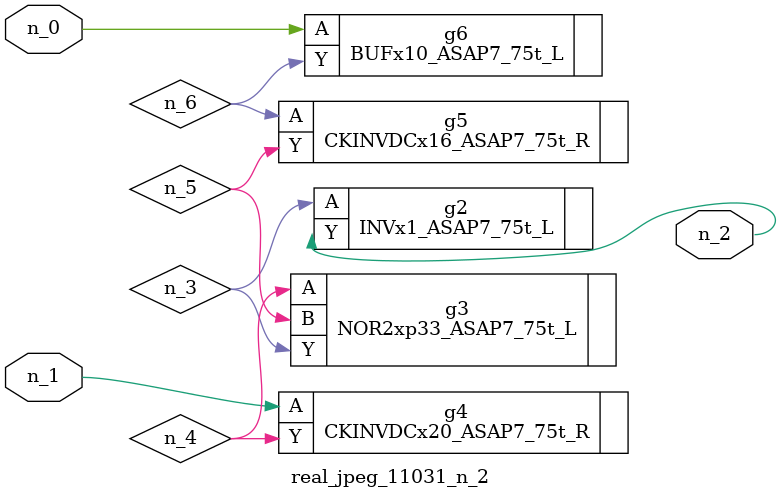
<source format=v>
module real_jpeg_11031_n_2 (n_1, n_0, n_2);

input n_1;
input n_0;

output n_2;

wire n_5;
wire n_4;
wire n_6;
wire n_3;

BUFx10_ASAP7_75t_L g6 ( 
.A(n_0),
.Y(n_6)
);

CKINVDCx20_ASAP7_75t_R g4 ( 
.A(n_1),
.Y(n_4)
);

INVx1_ASAP7_75t_L g2 ( 
.A(n_3),
.Y(n_2)
);

NOR2xp33_ASAP7_75t_L g3 ( 
.A(n_4),
.B(n_5),
.Y(n_3)
);

CKINVDCx16_ASAP7_75t_R g5 ( 
.A(n_6),
.Y(n_5)
);


endmodule
</source>
